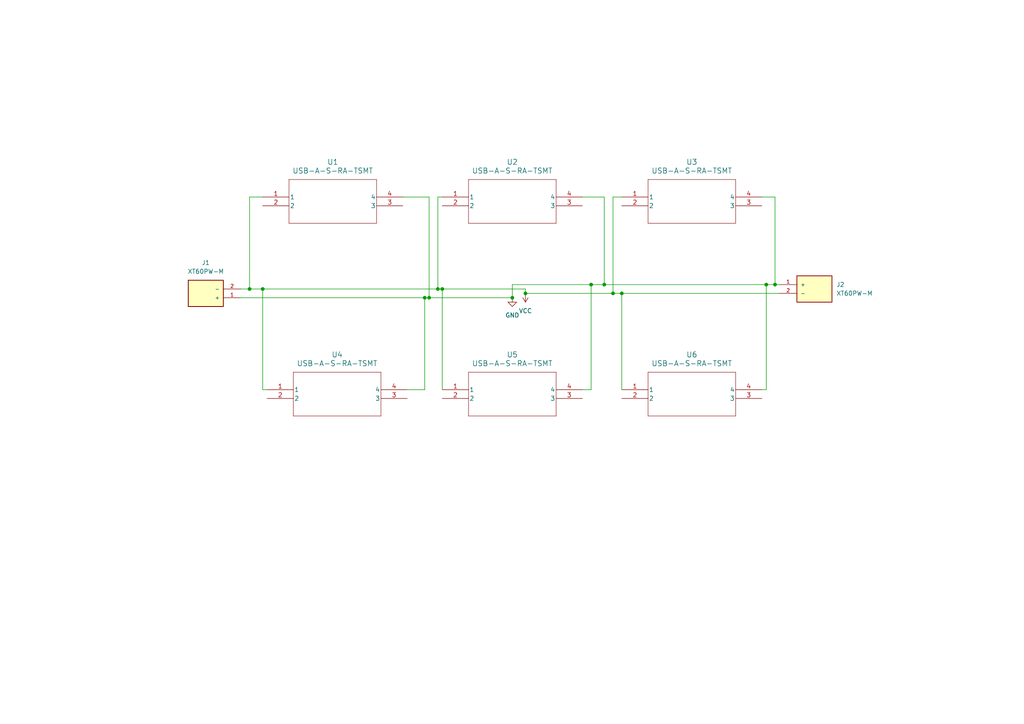
<source format=kicad_sch>
(kicad_sch (version 20231120) (generator "eeschema") (generator_version "8.0")
  (paper "A4")
  (lib_symbols
    (symbol "2025-02-23_03-18-15:USB-A-S-RA-TSMT" (pin_names (offset 0.254))
      (property "Reference" "U" (at 20.32 10.16 0))
      (property "Value" "USB-A-S-RA-TSMT" (at 20.32 7.62 0))
      (symbol "USB-A-S-RA-TSMT_0_1"
        (polyline (pts (xy 7.62 -7.62) (xy 33.02 -7.62)) (stroke (width 0.127)))
        (polyline (pts (xy 7.62 5.08) (xy 7.62 -7.62)) (stroke (width 0.127)))
        (polyline (pts (xy 33.02 -7.62) (xy 33.02 5.08)) (stroke (width 0.127)))
        (polyline (pts (xy 33.02 5.08) (xy 7.62 5.08)) (stroke (width 0.127)))
        (pin unspecified line (at 0 0 0) (length 7.62) (name "1") (number "1"))
        (pin unspecified line (at 0 -2.54 0) (length 7.62) (name "2") (number "2"))
        (pin unspecified line (at 40.64 -2.54 180) (length 7.62) (name "3") (number "3"))
        (pin unspecified line (at 40.64 0 180) (length 7.62) (name "4") (number "4"))
      )
    )
    (symbol "XT60PW-M:XT60PW-M" (pin_names (offset 1.016))
      (property "Reference" "J" (at -5.08 5.7234 0))
      (property "Value" "XT60PW-M" (at -5.08 -5.0923 0))
      (symbol "XT60PW-M_0_0"
        (rectangle (start -5.08 -2.54) (end 5.08 5.08) (stroke (width 0.254)) (fill (type background)))
        (pin passive line (at -10.16 2.54 0) (length 5.08) (name "+") (number "1"))
        (pin passive line (at -10.16 0 0) (length 5.08) (name "-") (number "2"))
      )
    )
    (symbol "power:GND" (power) (pin_numbers hide) (pin_names (offset 0) hide)
      (property "Value" "GND" (at 0 -3.81 0))
      (symbol "GND_0_1"
        (polyline (pts (xy 0 0) (xy 0 -1.27) (xy 1.27 -1.27) (xy 0 -2.54) (xy -1.27 -1.27) (xy 0 -1.27)))
      )
      (symbol "GND_1_1"
        (pin power_in line (at 0 0 270) (length 0) (name "~") (number "1"))
      )
    )
    (symbol "power:VCC" (power) (pin_numbers hide) (pin_names (offset 0) hide)
      (property "Value" "VCC" (at 0 3.556 0))
      (symbol "VCC_0_1"
        (polyline (pts (xy -0.762 1.27) (xy 0 2.54)))
        (polyline (pts (xy 0 0) (xy 0 2.54)))
        (polyline (pts (xy 0 2.54) (xy 0.762 1.27)))
      )
      (symbol "VCC_1_1"
        (pin power_in line (at 0 0 90) (length 0) (name "~") (number "1"))
      )
    )
  )
  (junction (at 177.8 85.09))
  (junction (at 180.34 85.09))
  (junction (at 72.39 83.82))
  (junction (at 123.19 86.36))
  (junction (at 124.46 86.36))
  (junction (at 222.25 82.55))
  (junction (at 148.59 86.36))
  (junction (at 127 83.82))
  (junction (at 224.79 82.55))
  (junction (at 175.26 82.55))
  (junction (at 171.45 82.55))
  (junction (at 152.4 85.09))
  (junction (at 76.2 83.82))
  (junction (at 128.27 83.82))
  (wire (pts (xy 128.27 113.03) (xy 128.27 83.82)))
  (wire (pts (xy 177.8 85.09) (xy 180.34 85.09)))
  (wire (pts (xy 76.2 113.03) (xy 76.2 83.82)))
  (wire (pts (xy 220.98 113.03) (xy 222.25 113.03)))
  (wire (pts (xy 148.59 82.55) (xy 171.45 82.55)))
  (wire (pts (xy 152.4 85.09) (xy 177.8 85.09)))
  (wire (pts (xy 152.4 83.82) (xy 152.4 85.09)))
  (wire (pts (xy 128.27 83.82) (xy 152.4 83.82)))
  (wire (pts (xy 123.19 86.36) (xy 124.46 86.36)))
  (wire (pts (xy 118.11 113.03) (xy 123.19 113.03)))
  (wire (pts (xy 72.39 57.15) (xy 72.39 83.82)))
  (wire (pts (xy 222.25 82.55) (xy 224.79 82.55)))
  (wire (pts (xy 171.45 82.55) (xy 175.26 82.55)))
  (wire (pts (xy 124.46 86.36) (xy 148.59 86.36)))
  (wire (pts (xy 177.8 57.15) (xy 177.8 85.09)))
  (wire (pts (xy 148.59 86.36) (xy 148.59 82.55)))
  (wire (pts (xy 69.85 83.82) (xy 72.39 83.82)))
  (wire (pts (xy 171.45 113.03) (xy 171.45 82.55)))
  (wire (pts (xy 180.34 85.09) (xy 180.34 113.03)))
  (wire (pts (xy 224.79 57.15) (xy 224.79 82.55)))
  (wire (pts (xy 72.39 83.82) (xy 76.2 83.82)))
  (wire (pts (xy 127 57.15) (xy 127 83.82)))
  (wire (pts (xy 168.91 57.15) (xy 175.26 57.15)))
  (wire (pts (xy 76.2 83.82) (xy 127 83.82)))
  (wire (pts (xy 69.85 86.36) (xy 123.19 86.36)))
  (wire (pts (xy 77.47 113.03) (xy 76.2 113.03)))
  (wire (pts (xy 180.34 85.09) (xy 226.06 85.09)))
  (wire (pts (xy 127 83.82) (xy 128.27 83.82)))
  (wire (pts (xy 222.25 113.03) (xy 222.25 82.55)))
  (wire (pts (xy 168.91 113.03) (xy 171.45 113.03)))
  (wire (pts (xy 180.34 57.15) (xy 177.8 57.15)))
  (wire (pts (xy 123.19 113.03) (xy 123.19 86.36)))
  (wire (pts (xy 224.79 82.55) (xy 226.06 82.55)))
  (wire (pts (xy 76.2 57.15) (xy 72.39 57.15)))
  (wire (pts (xy 128.27 57.15) (xy 127 57.15)))
  (wire (pts (xy 116.84 57.15) (xy 124.46 57.15)))
  (wire (pts (xy 220.98 57.15) (xy 224.79 57.15)))
  (wire (pts (xy 175.26 57.15) (xy 175.26 82.55)))
  (wire (pts (xy 175.26 82.55) (xy 222.25 82.55)))
  (wire (pts (xy 124.46 57.15) (xy 124.46 86.36)))
  (symbol (lib_id "power:VCC") (at 152.4 85.09 180) (unit 1)
    (property "Reference" "#PWR02" (effects (hide yes)))
    (property "Value" "VCC" (at 152.4 90.17 0))
    (property "Description" "Power symbol creates a global label with name \"VCC\"" (effects (hide yes)))
  )
  (symbol (lib_id "2025-02-23_03-18-15:USB-A-S-RA-TSMT") (at 128.27 57.15 0) (unit 1)
    (property "Reference" "U2" (at 148.59 46.99 0) (effects (font (size 1.524 1.524))))
    (property "Value" "USB-A-S-RA-TSMT" (at 148.59 49.53 0) (effects (font (size 1.524 1.524))))
    (property "Footprint" "USB-A-S-RA-TSMT_ADM" (effects (hide yes)))
    (property "Datasheet" "USB-A-S-RA-TSMT" (effects (hide yes)))
  )
  (symbol (lib_id "2025-02-23_03-18-15:USB-A-S-RA-TSMT") (at 128.27 113.03 0) (unit 1)
    (property "Reference" "U5" (at 148.59 102.87 0) (effects (font (size 1.524 1.524))))
    (property "Value" "USB-A-S-RA-TSMT" (at 148.59 105.41 0) (effects (font (size 1.524 1.524))))
    (property "Footprint" "USB-A-S-RA-TSMT_ADM" (effects (hide yes)))
    (property "Datasheet" "USB-A-S-RA-TSMT" (effects (hide yes)))
  )
  (symbol (lib_id "2025-02-23_03-18-15:USB-A-S-RA-TSMT") (at 77.47 113.03 0) (unit 1)
    (property "Reference" "U4" (at 97.79 102.87 0) (effects (font (size 1.524 1.524))))
    (property "Value" "USB-A-S-RA-TSMT" (at 97.79 105.41 0) (effects (font (size 1.524 1.524))))
    (property "Footprint" "USB-A-S-RA-TSMT_ADM" (effects (hide yes)))
    (property "Datasheet" "USB-A-S-RA-TSMT" (effects (hide yes)))
  )
  (symbol (lib_id "2025-02-23_03-18-15:USB-A-S-RA-TSMT") (at 180.34 113.03 0) (unit 1)
    (property "Reference" "U6" (at 200.66 102.87 0) (effects (font (size 1.524 1.524))))
    (property "Value" "USB-A-S-RA-TSMT" (at 200.66 105.41 0) (effects (font (size 1.524 1.524))))
    (property "Footprint" "USB-A-S-RA-TSMT_ADM" (effects (hide yes)))
    (property "Datasheet" "USB-A-S-RA-TSMT" (effects (hide yes)))
  )
  (symbol (lib_id "2025-02-23_03-18-15:USB-A-S-RA-TSMT") (at 76.2 57.15 0) (unit 1)
    (property "Reference" "U1" (at 96.52 46.99 0) (effects (font (size 1.524 1.524))))
    (property "Value" "USB-A-S-RA-TSMT" (at 96.52 49.53 0) (effects (font (size 1.524 1.524))))
    (property "Footprint" "USB-A-S-RA-TSMT_ADM" (effects (hide yes)))
    (property "Datasheet" "USB-A-S-RA-TSMT" (effects (hide yes)))
  )
  (symbol (lib_id "power:GND") (at 148.59 86.36 0) (unit 1)
    (property "Reference" "#PWR01" (effects (hide yes)))
    (property "Value" "GND" (at 148.59 91.44 0))
    (property "Description" "Power symbol creates a global label with name \"GND\" , ground" (effects (hide yes)))
  )
  (symbol (lib_id "2025-02-23_03-18-15:USB-A-S-RA-TSMT") (at 180.34 57.15 0) (unit 1)
    (property "Reference" "U3" (at 200.66 46.99 0) (effects (font (size 1.524 1.524))))
    (property "Value" "USB-A-S-RA-TSMT" (at 200.66 49.53 0) (effects (font (size 1.524 1.524))))
    (property "Footprint" "USB-A-S-RA-TSMT_ADM" (effects (hide yes)))
    (property "Datasheet" "USB-A-S-RA-TSMT" (effects (hide yes)))
  )
  (symbol (lib_id "XT60PW-M:XT60PW-M") (at 59.69 83.82 180) (unit 1)
    (property "Reference" "J1" (at 59.69 76.2 0))
    (property "Value" "XT60PW-M" (at 59.69 78.74 0))
    (property "Footprint" "Connector_AMASS:AMASS_XT60PW-M_1x02_P7.20mm_Horizontal" (effects (hide yes)))
    (property "MF" "AMASS" (effects (hide yes)))
    (property "MAXIMUM_PACKAGE_HEIGHT" "8.4 mm" (effects (hide yes)))
    (property "Package" "Package" (effects (hide yes)))
    (property "Price" "None" (effects (hide yes)))
    (property "Check_prices" "https://www.snapeda.com/parts/XT60PW-M/AMASS/view-part/?ref=eda" (effects (hide yes)))
    (property "STANDARD" "Manufacturer recommendations" (effects (hide yes)))
    (property "PARTREV" "V1.2" (effects (hide yes)))
    (property "SnapEDA_Link" "https://www.snapeda.com/parts/XT60PW-M/AMASS/view-part/?ref=snap" (effects (hide yes)))
    (property "MP" "XT60PW-M" (effects (hide yes)))
    (property "Description_1" "\n                        \n                            Socket, DC supply, male, PIN: 2\n                        \n" (effects (hide yes)))
    (property "Availability" "Not in stock" (effects (hide yes)))
    (property "MANUFACTURER" "AMASS" (effects (hide yes)))
  )
  (symbol (lib_id "XT60PW-M:XT60PW-M") (at 236.22 85.09 0) (unit 1)
    (property "Reference" "J2" (at 242.57 82.5499 0) (effects (justify left)))
    (property "Value" "XT60PW-M" (at 242.57 85.0899 0) (effects (justify left)))
    (property "Footprint" "Connector_AMASS:AMASS_XT60PW-M_1x02_P7.20mm_Horizontal" (effects (hide yes)))
    (property "MF" "AMASS" (effects (hide yes)))
    (property "MAXIMUM_PACKAGE_HEIGHT" "8.4 mm" (effects (hide yes)))
    (property "Package" "Package" (effects (hide yes)))
    (property "Price" "None" (effects (hide yes)))
    (property "Check_prices" "https://www.snapeda.com/parts/XT60PW-M/AMASS/view-part/?ref=eda" (effects (hide yes)))
    (property "STANDARD" "Manufacturer recommendations" (effects (hide yes)))
    (property "PARTREV" "V1.2" (effects (hide yes)))
    (property "SnapEDA_Link" "https://www.snapeda.com/parts/XT60PW-M/AMASS/view-part/?ref=snap" (effects (hide yes)))
    (property "MP" "XT60PW-M" (effects (hide yes)))
    (property "Description_1" "\n                        \n                            Socket, DC supply, male, PIN: 2\n                        \n" (effects (hide yes)))
    (property "Availability" "Not in stock" (effects (hide yes)))
    (property "MANUFACTURER" "AMASS" (effects (hide yes)))
  )
)
</source>
